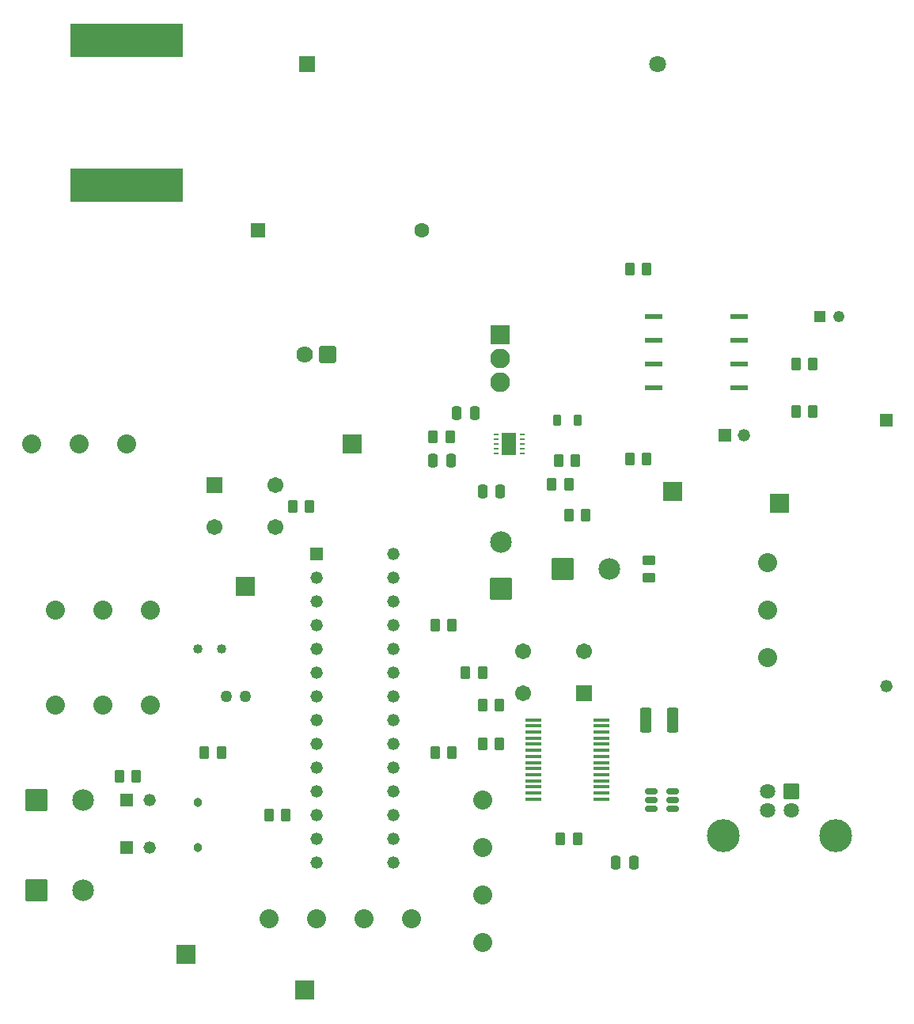
<source format=gbr>
%TF.GenerationSoftware,KiCad,Pcbnew,7.0.8*%
%TF.CreationDate,2023-11-20T12:48:28-05:00*%
%TF.ProjectId,Fufupot,46756675-706f-4742-9e6b-696361645f70,rev?*%
%TF.SameCoordinates,Original*%
%TF.FileFunction,Soldermask,Top*%
%TF.FilePolarity,Negative*%
%FSLAX46Y46*%
G04 Gerber Fmt 4.6, Leading zero omitted, Abs format (unit mm)*
G04 Created by KiCad (PCBNEW 7.0.8) date 2023-11-20 12:48:28*
%MOMM*%
%LPD*%
G01*
G04 APERTURE LIST*
G04 Aperture macros list*
%AMRoundRect*
0 Rectangle with rounded corners*
0 $1 Rounding radius*
0 $2 $3 $4 $5 $6 $7 $8 $9 X,Y pos of 4 corners*
0 Add a 4 corners polygon primitive as box body*
4,1,4,$2,$3,$4,$5,$6,$7,$8,$9,$2,$3,0*
0 Add four circle primitives for the rounded corners*
1,1,$1+$1,$2,$3*
1,1,$1+$1,$4,$5*
1,1,$1+$1,$6,$7*
1,1,$1+$1,$8,$9*
0 Add four rect primitives between the rounded corners*
20,1,$1+$1,$2,$3,$4,$5,0*
20,1,$1+$1,$4,$5,$6,$7,0*
20,1,$1+$1,$6,$7,$8,$9,0*
20,1,$1+$1,$8,$9,$2,$3,0*%
G04 Aperture macros list end*
%ADD10R,2.000000X2.000000*%
%ADD11R,0.599999X0.240000*%
%ADD12R,1.649999X2.400000*%
%ADD13R,1.800000X1.800000*%
%ADD14C,1.800000*%
%ADD15R,1.219200X1.219200*%
%ADD16C,1.219200*%
%ADD17RoundRect,0.250000X-0.262500X-0.450000X0.262500X-0.450000X0.262500X0.450000X-0.262500X0.450000X0*%
%ADD18RoundRect,0.250000X0.250000X0.475000X-0.250000X0.475000X-0.250000X-0.475000X0.250000X-0.475000X0*%
%ADD19RoundRect,0.218750X-0.218750X-0.381250X0.218750X-0.381250X0.218750X0.381250X-0.218750X0.381250X0*%
%ADD20RoundRect,0.102000X-0.952500X0.952500X-0.952500X-0.952500X0.952500X-0.952500X0.952500X0.952500X0*%
%ADD21C,2.109000*%
%ADD22RoundRect,0.250000X0.262500X0.450000X-0.262500X0.450000X-0.262500X-0.450000X0.262500X-0.450000X0*%
%ADD23RoundRect,0.102000X-1.050000X-1.050000X1.050000X-1.050000X1.050000X1.050000X-1.050000X1.050000X0*%
%ADD24C,2.304000*%
%ADD25C,2.032000*%
%ADD26R,1.320800X1.320800*%
%ADD27C,1.320800*%
%ADD28RoundRect,0.250000X0.375000X1.075000X-0.375000X1.075000X-0.375000X-1.075000X0.375000X-1.075000X0*%
%ADD29R,1.854200X0.609600*%
%ADD30RoundRect,0.102000X-0.787500X-0.787500X0.787500X-0.787500X0.787500X0.787500X-0.787500X0.787500X0*%
%ADD31C,1.779000*%
%ADD32RoundRect,0.150000X0.512500X0.150000X-0.512500X0.150000X-0.512500X-0.150000X0.512500X-0.150000X0*%
%ADD33R,1.600200X1.600200*%
%ADD34C,1.600200*%
%ADD35R,12.100000X3.550000*%
%ADD36RoundRect,0.102000X0.754000X0.754000X-0.754000X0.754000X-0.754000X-0.754000X0.754000X-0.754000X0*%
%ADD37C,1.712000*%
%ADD38RoundRect,0.250000X-0.250000X-0.475000X0.250000X-0.475000X0.250000X0.475000X-0.250000X0.475000X0*%
%ADD39RoundRect,0.250000X-0.450000X0.262500X-0.450000X-0.262500X0.450000X-0.262500X0.450000X0.262500X0*%
%ADD40RoundRect,0.102000X-0.754000X-0.754000X0.754000X-0.754000X0.754000X0.754000X-0.754000X0.754000X0*%
%ADD41C,1.270000*%
%ADD42R,1.750000X0.450000*%
%ADD43RoundRect,0.102000X1.050000X-1.050000X1.050000X1.050000X-1.050000X1.050000X-1.050000X-1.050000X0*%
%ADD44C,0.965200*%
%ADD45C,1.016000*%
%ADD46C,3.520000*%
%ADD47C,1.632000*%
%ADD48RoundRect,0.102000X-0.714000X-0.714000X0.714000X-0.714000X0.714000X0.714000X-0.714000X0.714000X0*%
G04 APERTURE END LIST*
D10*
%TO.C,TP6*%
X140970000Y-102870000D03*
%TD*%
%TO.C,TP5*%
X77470000Y-151130000D03*
%TD*%
%TO.C,TP4*%
X90170000Y-154940000D03*
%TD*%
%TO.C,TP2*%
X95250000Y-96520000D03*
%TD*%
%TO.C,TP1*%
X83820000Y-111760000D03*
%TD*%
%TO.C,TP3*%
X129540000Y-101600000D03*
%TD*%
D11*
%TO.C,U2*%
X110675000Y-95474414D03*
X110675000Y-95974413D03*
X110675000Y-96474415D03*
X110675000Y-96974414D03*
X110675000Y-97474413D03*
X113475000Y-97474413D03*
X113475000Y-96974414D03*
X113475000Y-96474415D03*
X113475000Y-95974413D03*
X113475000Y-95474414D03*
D12*
X112075003Y-96474415D03*
%TD*%
D13*
%TO.C,C10*%
X90470000Y-55880000D03*
D14*
X127970000Y-55880000D03*
%TD*%
D15*
%TO.C,C9*%
X145320000Y-82839415D03*
D16*
X147326600Y-82839415D03*
%TD*%
D17*
%TO.C,R15*%
X142780000Y-87919415D03*
X144605000Y-87919415D03*
%TD*%
%TO.C,R16*%
X142780000Y-92999415D03*
X144605000Y-92999415D03*
%TD*%
D18*
%TO.C,C1*%
X108395000Y-93184415D03*
X106495000Y-93184415D03*
%TD*%
D19*
%TO.C,L1*%
X117255000Y-93980000D03*
X119380000Y-93980000D03*
%TD*%
D20*
%TO.C,U5*%
X111155000Y-84764415D03*
D21*
X111155000Y-87314415D03*
X111155000Y-89864415D03*
%TD*%
D22*
%TO.C,R11*%
X111045000Y-124460000D03*
X109220000Y-124460000D03*
%TD*%
D23*
%TO.C,J7*%
X61500000Y-134620000D03*
D24*
X66500000Y-134620000D03*
%TD*%
D25*
%TO.C,J11*%
X63500000Y-124460000D03*
X68580000Y-124460000D03*
X73660000Y-124460000D03*
%TD*%
D23*
%TO.C,J6*%
X61500000Y-144255000D03*
D24*
X66500000Y-144255000D03*
%TD*%
D22*
%TO.C,R12*%
X120292500Y-104140000D03*
X118467500Y-104140000D03*
%TD*%
D26*
%TO.C,C6*%
X71120000Y-139700000D03*
D27*
X73620000Y-139700000D03*
%TD*%
D28*
%TO.C,F1*%
X129540000Y-126019415D03*
X126740000Y-126019415D03*
%TD*%
D29*
%TO.C,IC1*%
X127540000Y-82839415D03*
X127540000Y-85379415D03*
X127540000Y-87919415D03*
X127540000Y-90459415D03*
X136697000Y-90459415D03*
X136697000Y-87919415D03*
X136697000Y-85379415D03*
X136697000Y-82839415D03*
%TD*%
D22*
%TO.C,R8*%
X109220000Y-120939415D03*
X107395000Y-120939415D03*
%TD*%
D25*
%TO.C,J3*%
X71120000Y-96520000D03*
X66040000Y-96520000D03*
X60960000Y-96520000D03*
%TD*%
D26*
%TO.C,C5*%
X71120000Y-134620000D03*
D27*
X73620000Y-134620000D03*
%TD*%
D30*
%TO.C,J4*%
X92690000Y-86885000D03*
D31*
X90190000Y-86885000D03*
%TD*%
D17*
%TO.C,R9*%
X109220000Y-128559415D03*
X111045000Y-128559415D03*
%TD*%
%TO.C,R14*%
X125000000Y-77759415D03*
X126825000Y-77759415D03*
%TD*%
D23*
%TO.C,J12*%
X117782500Y-109866915D03*
D24*
X122782500Y-109866915D03*
%TD*%
D25*
%TO.C,J8*%
X86360000Y-147320000D03*
X91440000Y-147320000D03*
X96520000Y-147320000D03*
X101600000Y-147320000D03*
%TD*%
D32*
%TO.C,U1*%
X129540000Y-135539415D03*
X129540000Y-134589415D03*
X129540000Y-133639415D03*
X127265000Y-133639415D03*
X127265000Y-134589415D03*
X127265000Y-135539415D03*
%TD*%
D33*
%TO.C,C12*%
X85230000Y-73660000D03*
D34*
X102730000Y-73660000D03*
%TD*%
D22*
%TO.C,R20*%
X88185000Y-136179415D03*
X86360000Y-136179415D03*
%TD*%
D26*
%TO.C,R17*%
X152400000Y-93980000D03*
D27*
X152400000Y-122379994D03*
%TD*%
D35*
%TO.C,L3*%
X71120000Y-53340000D03*
X71120000Y-68840000D03*
%TD*%
D36*
%TO.C,SW2*%
X120090000Y-123189415D03*
D37*
X113590000Y-123189415D03*
X120090000Y-118689415D03*
X113590000Y-118689415D03*
%TD*%
D22*
%TO.C,R10*%
X105965000Y-129540000D03*
X104140000Y-129540000D03*
%TD*%
%TO.C,R2*%
X81280000Y-129540000D03*
X79455000Y-129540000D03*
%TD*%
D38*
%TO.C,C2*%
X123510000Y-141259415D03*
X125410000Y-141259415D03*
%TD*%
D25*
%TO.C,J10*%
X63500000Y-114300000D03*
X68580000Y-114300000D03*
X73660000Y-114300000D03*
%TD*%
D39*
%TO.C,R13*%
X127000000Y-108954415D03*
X127000000Y-110779415D03*
%TD*%
D22*
%TO.C,R7*%
X90725000Y-103159415D03*
X88900000Y-103159415D03*
%TD*%
D18*
%TO.C,C4*%
X111120000Y-101600000D03*
X109220000Y-101600000D03*
%TD*%
D40*
%TO.C,SW1*%
X80570000Y-100909415D03*
D37*
X87070000Y-100909415D03*
X80570000Y-105409415D03*
X87070000Y-105409415D03*
%TD*%
D18*
%TO.C,C3*%
X105855000Y-98264415D03*
X103955000Y-98264415D03*
%TD*%
D17*
%TO.C,R5*%
X116655000Y-100804415D03*
X118480000Y-100804415D03*
%TD*%
D26*
%TO.C,C11*%
X135160000Y-95539415D03*
D27*
X137160000Y-95539415D03*
%TD*%
D22*
%TO.C,R1*%
X72195000Y-132080000D03*
X70370000Y-132080000D03*
%TD*%
D41*
%TO.C,C7*%
X83820000Y-123479415D03*
X81820000Y-123479415D03*
%TD*%
D17*
%TO.C,R4*%
X117555000Y-138719415D03*
X119380000Y-138719415D03*
%TD*%
D42*
%TO.C,U3*%
X114720000Y-126019415D03*
X114720000Y-126669415D03*
X114720000Y-127319415D03*
X114720000Y-127969415D03*
X114720000Y-128619415D03*
X114720000Y-129269415D03*
X114720000Y-129919415D03*
X114720000Y-130569415D03*
X114720000Y-131219415D03*
X114720000Y-131869415D03*
X114720000Y-132519415D03*
X114720000Y-133169415D03*
X114720000Y-133819415D03*
X114720000Y-134469415D03*
X121920000Y-134469415D03*
X121920000Y-133819415D03*
X121920000Y-133169415D03*
X121920000Y-132519415D03*
X121920000Y-131869415D03*
X121920000Y-131219415D03*
X121920000Y-130569415D03*
X121920000Y-129919415D03*
X121920000Y-129269415D03*
X121920000Y-128619415D03*
X121920000Y-127969415D03*
X121920000Y-127319415D03*
X121920000Y-126669415D03*
X121920000Y-126019415D03*
%TD*%
D43*
%TO.C,J9*%
X111235000Y-111989415D03*
D24*
X111235000Y-106989415D03*
%TD*%
D44*
%TO.C,16MHz1*%
X78740000Y-139700000D03*
X78740000Y-134819999D03*
%TD*%
D17*
%TO.C,R18*%
X125000000Y-98079415D03*
X126825000Y-98079415D03*
%TD*%
D45*
%TO.C,C8*%
X81280000Y-118399415D03*
X78740000Y-118399415D03*
%TD*%
D17*
%TO.C,R6*%
X117370000Y-98264415D03*
X119195000Y-98264415D03*
%TD*%
D25*
%TO.C,J13*%
X139700000Y-119380000D03*
X139700000Y-114300000D03*
X139700000Y-109220000D03*
%TD*%
D26*
%TO.C,U4*%
X91440000Y-108239415D03*
D27*
X91440000Y-110779415D03*
X91440000Y-113319415D03*
X91440000Y-115859415D03*
X91440000Y-118399415D03*
X91440000Y-120939415D03*
X91440000Y-123479415D03*
X91440000Y-126019415D03*
X91440000Y-128559415D03*
X91440000Y-131099415D03*
X91440000Y-133639415D03*
X91440000Y-136179415D03*
X91440000Y-138719415D03*
X91440000Y-141259415D03*
X99695000Y-141259415D03*
X99695000Y-138719415D03*
X99695000Y-136179415D03*
X99695000Y-133639415D03*
X99695000Y-131099415D03*
X99695000Y-128559415D03*
X99695000Y-126019415D03*
X99695000Y-123479415D03*
X99695000Y-120939415D03*
X99695000Y-118399415D03*
X99695000Y-115859415D03*
X99695000Y-113319415D03*
X99695000Y-110779415D03*
X99695000Y-108239415D03*
%TD*%
D17*
%TO.C,R19*%
X104140000Y-115859415D03*
X105965000Y-115859415D03*
%TD*%
D25*
%TO.C,J1*%
X109220000Y-149860000D03*
X109220000Y-144780000D03*
X109220000Y-139700000D03*
X109220000Y-134620000D03*
%TD*%
D46*
%TO.C,J2*%
X147010000Y-138389415D03*
X134970000Y-138389415D03*
D47*
X142240000Y-135679415D03*
X139740000Y-135679415D03*
X139740000Y-133679415D03*
D48*
X142240000Y-133679415D03*
%TD*%
D22*
%TO.C,R3*%
X105780000Y-95724415D03*
X103955000Y-95724415D03*
%TD*%
M02*

</source>
